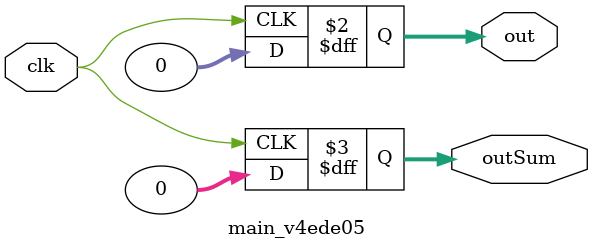
<source format=v>

`default_nettype none

module main #(
 parameter v214998 = 1,
 parameter v47de66 = 2
) (
 input vclk,
 output [0:4] vinit
);
 localparam p0 = v214998;
 localparam p1 = v47de66;
 wire w2;
 assign w2 = vclk;
 main_v4ede05 #(
  .a(p0),
  .b(p1)
 ) v4ede05 (
  .clk(w2)
 );
 assign vinit = 5'b00000;
endmodule

module main_v4ede05 #(
 parameter a = 0,
 parameter b = 0
) (
 input clk,
 output [31:0] out,
 output [31:0] outSum
);
 
 integer out,outSum;
 
 always @(posedge clk)
 begin
 out <= a*b;
 outSum <= a+b;
 end
endmodule

</source>
